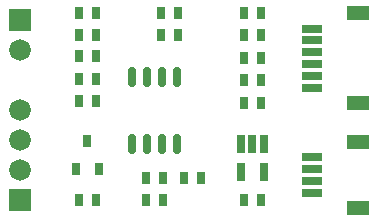
<source format=gts>
G04 Layer_Color=8388736*
%FSLAX24Y24*%
%MOIN*%
G70*
G01*
G75*
%ADD29R,0.0749X0.0512*%
%ADD30R,0.0650X0.0276*%
%ADD31R,0.0260X0.0620*%
%ADD32R,0.0304X0.0394*%
%ADD33O,0.0296X0.0690*%
%ADD34R,0.0316X0.0414*%
%ADD35R,0.0276X0.0434*%
%ADD36C,0.0720*%
%ADD37R,0.0720X0.0720*%
D29*
X12026Y7232D02*
D03*
Y4240D02*
D03*
Y2942D02*
D03*
Y737D02*
D03*
D30*
X10500Y4752D02*
D03*
Y5146D02*
D03*
Y5539D02*
D03*
Y5933D02*
D03*
Y6327D02*
D03*
Y6720D02*
D03*
Y1249D02*
D03*
Y1643D02*
D03*
Y2037D02*
D03*
Y2430D02*
D03*
D31*
X8874Y2870D02*
D03*
X8500D02*
D03*
X8126D02*
D03*
Y1930D02*
D03*
X8874D02*
D03*
D32*
X2719Y7250D02*
D03*
X3281D02*
D03*
X2719Y5050D02*
D03*
X3281D02*
D03*
Y5800D02*
D03*
X2719D02*
D03*
X4969Y1000D02*
D03*
X5531D02*
D03*
X4969Y1750D02*
D03*
X5531D02*
D03*
X8219Y4250D02*
D03*
X8781D02*
D03*
X5469Y6500D02*
D03*
X6031D02*
D03*
X8781Y5000D02*
D03*
X8219D02*
D03*
X8781Y7250D02*
D03*
X8219D02*
D03*
X6031D02*
D03*
X5469D02*
D03*
D33*
X4500Y2888D02*
D03*
X5000D02*
D03*
X5500D02*
D03*
X6000D02*
D03*
X4500Y5112D02*
D03*
X5000D02*
D03*
X5500D02*
D03*
X6000D02*
D03*
D34*
X8790Y1000D02*
D03*
X8210D02*
D03*
X6210Y1750D02*
D03*
X6790D02*
D03*
X8790Y5750D02*
D03*
X8210D02*
D03*
Y6500D02*
D03*
X8790D02*
D03*
X3290D02*
D03*
X2710D02*
D03*
X3290Y4300D02*
D03*
X2710D02*
D03*
Y1000D02*
D03*
X3290D02*
D03*
D35*
X3000Y2972D02*
D03*
X3374Y2028D02*
D03*
X2626D02*
D03*
D36*
X750Y2000D02*
D03*
Y3000D02*
D03*
Y4000D02*
D03*
Y6000D02*
D03*
D37*
Y1000D02*
D03*
Y7000D02*
D03*
M02*

</source>
